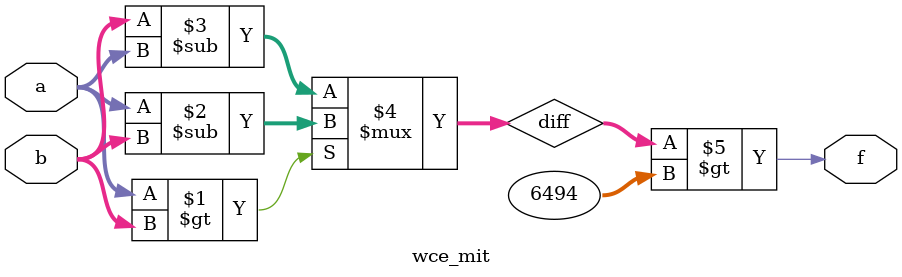
<source format=v>
module wce_mit(a, b, f);
parameter _bit = 33;
parameter wce = 6494;
input [_bit - 1: 0] a;
input [_bit - 1: 0] b;
output f;
wire [_bit - 1: 0] diff;
assign diff = (a > b)? (a - b): (b - a);
assign f = (diff > wce);
endmodule

</source>
